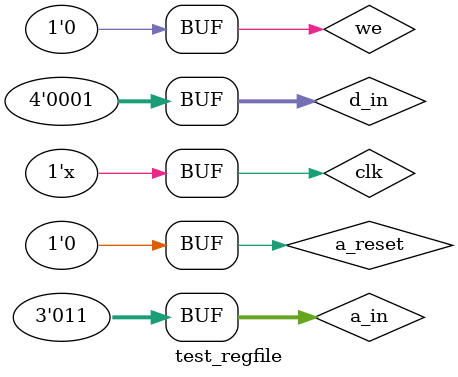
<source format=v>

module test_regfile;

   	reg [3:0] d_in; 
   	reg [2:0] a_in;
   	reg a_reset, we, clk;
   	wire [3:0]d_out;

   	regfile r(d_out, d_in, a_in, a_reset, we, clk);

   	
   	initial begin
		d_in = 4'b0000;
		a_in = 3'b000;
		a_reset = 1;
		we = 1;
		clk = 0;
		

	   	#10 a_reset = 0; //Set every register to 0
	   	#10 a_reset = 1;
	   	
	   	#10 a_in = 4'b011;
	   		d_in = 4'b1001; //Writes 1001 to address 011

	   	#10 a_in = 4'b001;
	   		d_in = 4'b0001; //Writes 0001 to address 001
	   	
	   	#10 a_in = 3'b000; //Read from the first address, which is 0000
	   		we = 0;

	   	#10 a_in = 3'b001; //Read from the second address, which is 0001

	   	#10 a_reset = 0; //Asynch reset
	   		a_in = 3'b0011; //Read from third adddress, output should be 0
	 end

		always begin
	     	#5 clk = ~clk;
	    end

    
endmodule 

</source>
